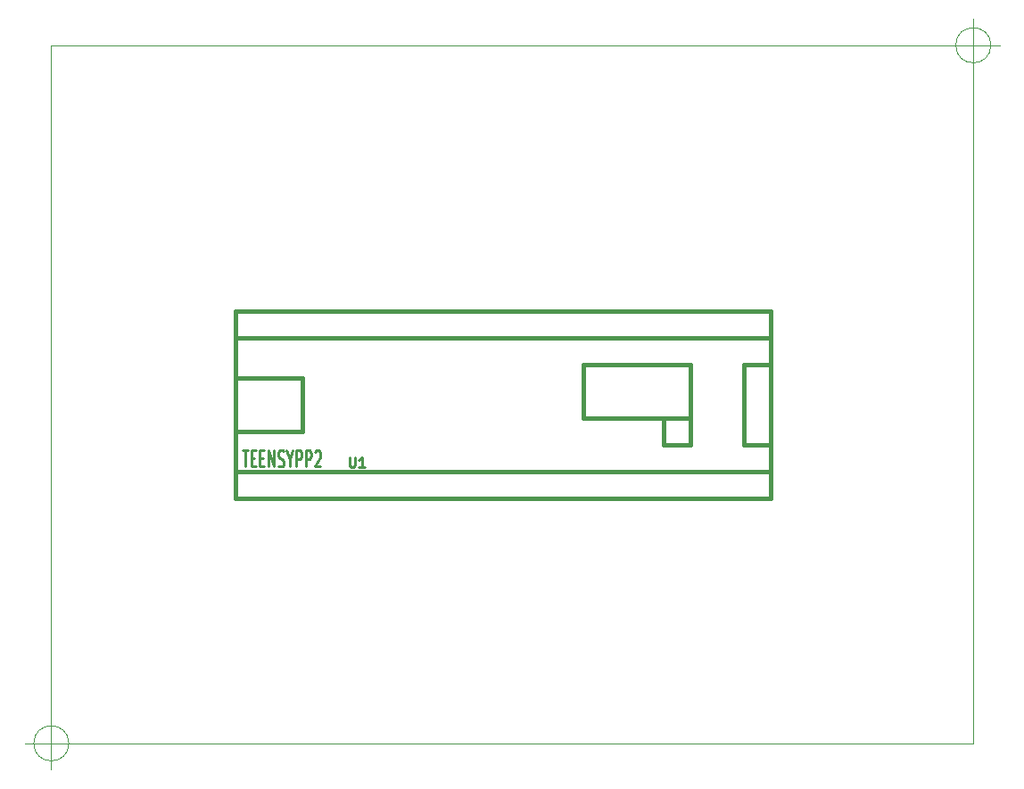
<source format=gbr>
G04 #@! TF.FileFunction,Legend,Top*
%FSLAX46Y46*%
G04 Gerber Fmt 4.6, Leading zero omitted, Abs format (unit mm)*
G04 Created by KiCad (PCBNEW 4.0.2-4+6225~38~ubuntu14.04.1-stable) date lun 02 mag 2016 11:29:17 CEST*
%MOMM*%
G01*
G04 APERTURE LIST*
%ADD10C,0.100000*%
%ADD11C,0.381000*%
%ADD12C,0.228600*%
G04 APERTURE END LIST*
D10*
X187500000Y-128750000D02*
X100000000Y-128750000D01*
X189188390Y-62455400D02*
G75*
G03X189188390Y-62455400I-1666666J0D01*
G01*
X185021724Y-62455400D02*
X190021724Y-62455400D01*
X187521724Y-59955400D02*
X187521724Y-64955400D01*
X101668629Y-128752980D02*
G75*
G03X101668629Y-128752980I-1666666J0D01*
G01*
X97501963Y-128752980D02*
X102501963Y-128752980D01*
X100001963Y-126252980D02*
X100001963Y-131252980D01*
X187500000Y-62500000D02*
X100000000Y-62500000D01*
X187500000Y-128750000D02*
X187500000Y-62500000D01*
X100000000Y-62500000D02*
X100000000Y-128750000D01*
D11*
X158134000Y-97855600D02*
X160674000Y-97855600D01*
X160674000Y-92775600D02*
X160674000Y-100395600D01*
X160674000Y-100395600D02*
X158134000Y-100395600D01*
X158134000Y-100395600D02*
X158134000Y-97855600D01*
X158134000Y-97855600D02*
X150514000Y-97855600D01*
X150514000Y-97855600D02*
X150514000Y-92775600D01*
X150514000Y-92775600D02*
X160674000Y-92775600D01*
X168294000Y-92775600D02*
X165754000Y-92775600D01*
X165754000Y-92775600D02*
X165754000Y-100395600D01*
X165754000Y-100395600D02*
X168294000Y-100395600D01*
X117494000Y-94045600D02*
X123844000Y-94045600D01*
X123844000Y-94045600D02*
X123844000Y-99125600D01*
X123844000Y-99125600D02*
X117494000Y-99125600D01*
X168294000Y-102935600D02*
X117494000Y-102935600D01*
X117494000Y-90235600D02*
X168294000Y-90235600D01*
X117494000Y-87695600D02*
X168294000Y-87695600D01*
X168294000Y-87695600D02*
X168294000Y-105475600D01*
X168294000Y-105475600D02*
X117494000Y-105475600D01*
X117494000Y-105475600D02*
X117494000Y-87695600D01*
D12*
X128298434Y-101583957D02*
X128298434Y-102324186D01*
X128341977Y-102411271D01*
X128385520Y-102454814D01*
X128472606Y-102498357D01*
X128646777Y-102498357D01*
X128733863Y-102454814D01*
X128777406Y-102411271D01*
X128820949Y-102324186D01*
X128820949Y-101583957D01*
X129735349Y-102498357D02*
X129212834Y-102498357D01*
X129474092Y-102498357D02*
X129474092Y-101583957D01*
X129387006Y-101714586D01*
X129299920Y-101801671D01*
X129212834Y-101845214D01*
X118148595Y-100950409D02*
X118671109Y-100950409D01*
X118409852Y-102474409D02*
X118409852Y-100950409D01*
X118975909Y-101676123D02*
X119280709Y-101676123D01*
X119411338Y-102474409D02*
X118975909Y-102474409D01*
X118975909Y-100950409D01*
X119411338Y-100950409D01*
X119803223Y-101676123D02*
X120108023Y-101676123D01*
X120238652Y-102474409D02*
X119803223Y-102474409D01*
X119803223Y-100950409D01*
X120238652Y-100950409D01*
X120630537Y-102474409D02*
X120630537Y-100950409D01*
X121153052Y-102474409D01*
X121153052Y-100950409D01*
X121544937Y-102401837D02*
X121675566Y-102474409D01*
X121893280Y-102474409D01*
X121980366Y-102401837D01*
X122023909Y-102329266D01*
X122067452Y-102184123D01*
X122067452Y-102038980D01*
X122023909Y-101893837D01*
X121980366Y-101821266D01*
X121893280Y-101748694D01*
X121719109Y-101676123D01*
X121632023Y-101603551D01*
X121588480Y-101530980D01*
X121544937Y-101385837D01*
X121544937Y-101240694D01*
X121588480Y-101095551D01*
X121632023Y-101022980D01*
X121719109Y-100950409D01*
X121936823Y-100950409D01*
X122067452Y-101022980D01*
X122633509Y-101748694D02*
X122633509Y-102474409D01*
X122328709Y-100950409D02*
X122633509Y-101748694D01*
X122938309Y-100950409D01*
X123243108Y-102474409D02*
X123243108Y-100950409D01*
X123591451Y-100950409D01*
X123678537Y-101022980D01*
X123722080Y-101095551D01*
X123765623Y-101240694D01*
X123765623Y-101458409D01*
X123722080Y-101603551D01*
X123678537Y-101676123D01*
X123591451Y-101748694D01*
X123243108Y-101748694D01*
X124157508Y-102474409D02*
X124157508Y-100950409D01*
X124505851Y-100950409D01*
X124592937Y-101022980D01*
X124636480Y-101095551D01*
X124680023Y-101240694D01*
X124680023Y-101458409D01*
X124636480Y-101603551D01*
X124592937Y-101676123D01*
X124505851Y-101748694D01*
X124157508Y-101748694D01*
X125028365Y-101095551D02*
X125071908Y-101022980D01*
X125158994Y-100950409D01*
X125376708Y-100950409D01*
X125463794Y-101022980D01*
X125507337Y-101095551D01*
X125550880Y-101240694D01*
X125550880Y-101385837D01*
X125507337Y-101603551D01*
X124984823Y-102474409D01*
X125550880Y-102474409D01*
M02*

</source>
